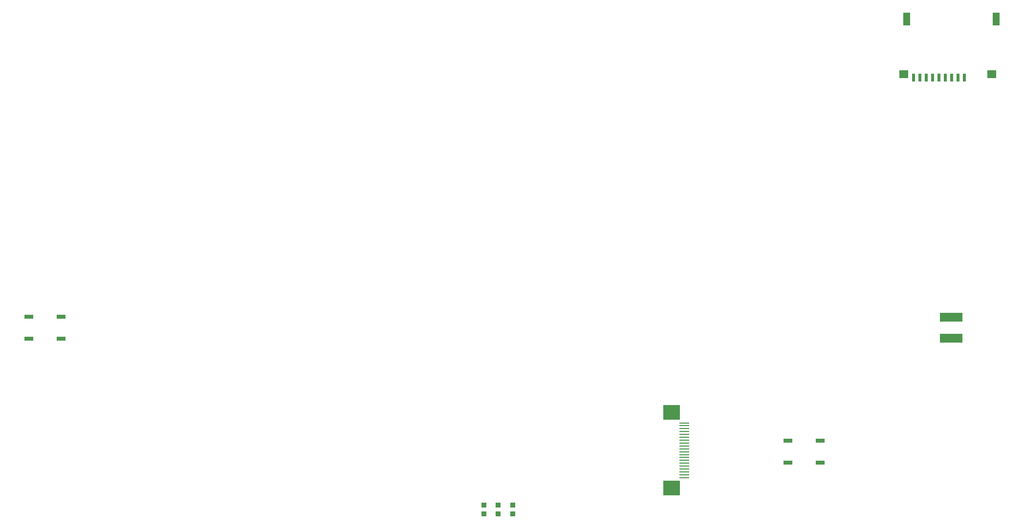
<source format=gbr>
G04 EAGLE Gerber RS-274X export*
G75*
%MOMM*%
%FSLAX34Y34*%
%LPD*%
%INSolderpaste Bottom*%
%IPPOS*%
%AMOC8*
5,1,8,0,0,1.08239X$1,22.5*%
G01*
%ADD10R,0.600000X1.400000*%
%ADD11R,1.600000X1.400000*%
%ADD12R,1.200000X2.200000*%
%ADD13R,0.950000X0.950000*%
%ADD14R,4.000000X1.500000*%
%ADD15R,1.524000X0.762000*%
%ADD16R,1.800000X0.275000*%
%ADD17R,3.000000X2.500000*%


D10*
X807500Y314000D03*
X796500Y314000D03*
X785500Y314000D03*
X774500Y314000D03*
X763500Y314000D03*
X752500Y314000D03*
X741500Y314000D03*
X730500Y314000D03*
X719500Y314000D03*
D11*
X702500Y320000D03*
D12*
X707500Y416000D03*
X862500Y416000D03*
D11*
X855000Y320000D03*
D13*
X25000Y-427500D03*
X25000Y-442500D03*
X-25000Y-427500D03*
X-25000Y-442500D03*
X0Y-427500D03*
X0Y-442500D03*
D14*
X785000Y-138000D03*
X785000Y-102000D03*
D15*
X557940Y-315950D03*
X502060Y-315950D03*
X557940Y-354050D03*
X502060Y-354050D03*
D16*
X322200Y-380000D03*
X322200Y-375000D03*
X322200Y-370000D03*
X322200Y-365000D03*
X322200Y-360000D03*
X322200Y-355000D03*
X322200Y-350000D03*
X322200Y-345000D03*
X322200Y-340000D03*
X322200Y-335000D03*
X322200Y-330000D03*
X322200Y-325000D03*
X322200Y-320000D03*
X322200Y-315000D03*
X322200Y-310000D03*
X322200Y-305000D03*
X322200Y-300000D03*
X322200Y-295000D03*
X322200Y-290000D03*
X322200Y-285000D03*
D17*
X300600Y-398300D03*
X300600Y-266700D03*
D15*
X-757060Y-100950D03*
X-812940Y-100950D03*
X-757060Y-139050D03*
X-812940Y-139050D03*
M02*

</source>
